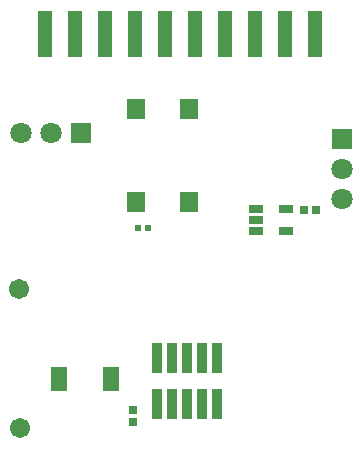
<source format=gts>
G04*
G04 #@! TF.GenerationSoftware,Altium Limited,Altium Designer,23.9.2 (47)*
G04*
G04 Layer_Color=8388736*
%FSLAX44Y44*%
%MOMM*%
G71*
G04*
G04 #@! TF.SameCoordinates,804AEB52-05E6-4499-94A2-79A5550F06DA*
G04*
G04*
G04 #@! TF.FilePolarity,Negative*
G04*
G01*
G75*
%ADD23R,1.2400X0.7400*%
%ADD24R,1.2032X3.9032*%
%ADD25R,1.4032X2.1032*%
%ADD26R,1.5032X1.7532*%
%ADD27R,0.5032X0.6032*%
%ADD28R,0.9632X2.6032*%
%ADD29R,0.7532X0.7532*%
%ADD30R,0.7532X0.7532*%
%ADD31C,1.7032*%
%ADD32C,1.8032*%
%ADD33R,1.8032X1.8032*%
%ADD34R,1.8032X1.8032*%
D23*
X254554Y210922D02*
D03*
Y191922D02*
D03*
X228554Y210922D02*
D03*
Y201422D02*
D03*
Y191922D02*
D03*
D24*
X50546Y359316D02*
D03*
X75946D02*
D03*
X101346D02*
D03*
X126746D02*
D03*
X152146D02*
D03*
X177546D02*
D03*
X202946D02*
D03*
X228346D02*
D03*
X253746D02*
D03*
X279146D02*
D03*
D25*
X106328Y67056D02*
D03*
X62328D02*
D03*
D26*
X127360Y216282D02*
D03*
Y295782D02*
D03*
X172360Y216282D02*
D03*
Y295782D02*
D03*
D27*
X128598Y195074D02*
D03*
X137598D02*
D03*
D28*
X195580Y85032D02*
D03*
X182880D02*
D03*
X170180D02*
D03*
X157480D02*
D03*
X144780D02*
D03*
X195580Y46032D02*
D03*
X182880D02*
D03*
X170180D02*
D03*
X157480D02*
D03*
X144780D02*
D03*
D29*
X124460Y30734D02*
D03*
Y40894D02*
D03*
D30*
X279714Y210192D02*
D03*
X269554D02*
D03*
D31*
X28702Y25146D02*
D03*
X27940Y143376D02*
D03*
D32*
X29529Y275124D02*
D03*
X54929D02*
D03*
X301498Y244856D02*
D03*
Y219456D02*
D03*
D33*
X80329Y275124D02*
D03*
D34*
X301498Y270256D02*
D03*
M02*

</source>
